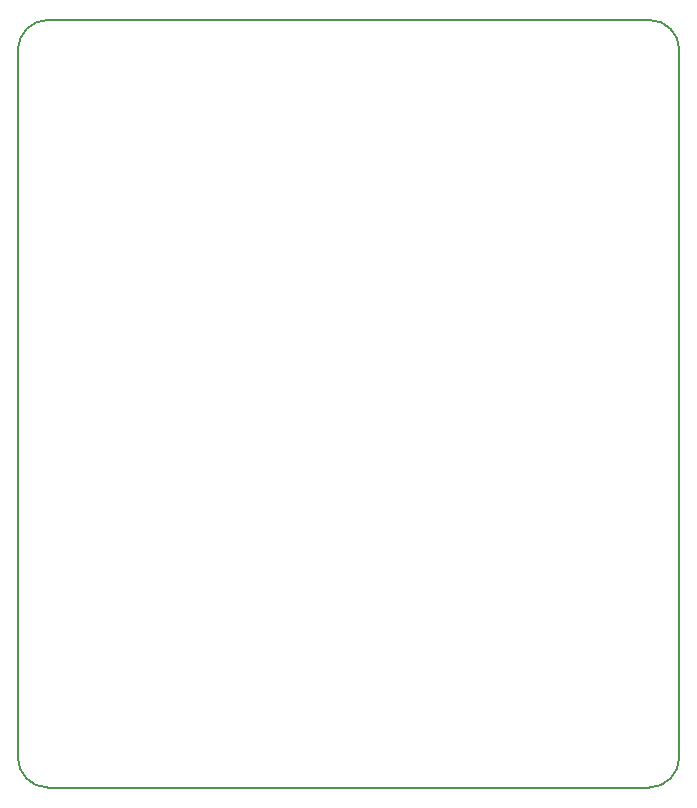
<source format=gbo>
G04*
G04 #@! TF.GenerationSoftware,Altium Limited,Altium Designer,20.0.9 (164)*
G04*
G04 Layer_Color=32896*
%FSLAX25Y25*%
%MOIN*%
G70*
G01*
G75*
%ADD11C,0.00787*%
D11*
X438747Y212598D02*
G03*
X448819Y222670I0J10072D01*
G01*
X228346Y222671D02*
G03*
X238419Y212598I10072J0D01*
G01*
X238419Y468504D02*
G03*
X228346Y458432I0J-10072D01*
G01*
X448819Y458507D02*
G03*
X438822Y468504I-9997J0D01*
G01*
X238419Y212598D02*
X438747D01*
X448819Y222670D02*
X448819Y458507D01*
X228346Y222671D02*
X228346Y458432D01*
X238419Y468504D02*
X438822Y468504D01*
M02*

</source>
